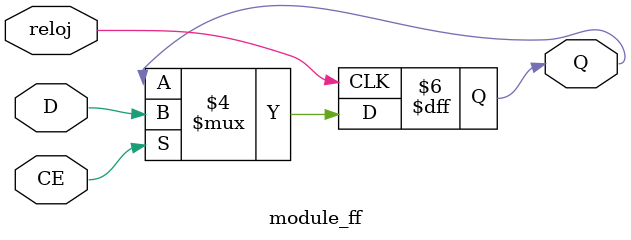
<source format=sv>
`timescale 1ns / 1ps


module module_ff(
input logic  D,
input logic reloj,
input logic CE,       
output  reg  Q=0
);

always  @(posedge reloj) begin
    if(CE==1)
    Q<=D;                                    
end



endmodule
</source>
